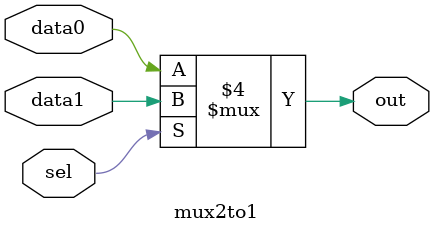
<source format=v>


module mux2to1(data1, data0, sel, out);
    input data1;
    input data0;
    input sel;
    output out;
    reg out;

    always @(data0, data1, sel)
    begin
        if(!sel)
            out = data0;
        else
            out = data1; 
    end
endmodule

</source>
